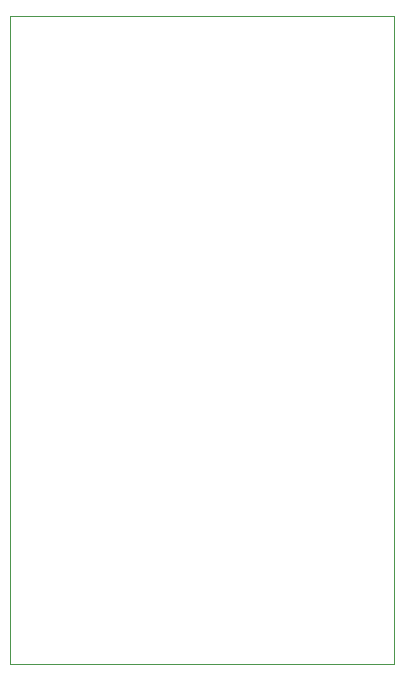
<source format=gbr>
%TF.GenerationSoftware,KiCad,Pcbnew,(6.0.9)*%
%TF.CreationDate,2022-11-21T18:53:06+08:00*%
%TF.ProjectId,Sitronix_3.97''_480x800,53697472-6f6e-4697-985f-332e39372727,rev?*%
%TF.SameCoordinates,Original*%
%TF.FileFunction,Profile,NP*%
%FSLAX46Y46*%
G04 Gerber Fmt 4.6, Leading zero omitted, Abs format (unit mm)*
G04 Created by KiCad (PCBNEW (6.0.9)) date 2022-11-21 18:53:06*
%MOMM*%
%LPD*%
G01*
G04 APERTURE LIST*
%TA.AperFunction,Profile*%
%ADD10C,0.100000*%
%TD*%
G04 APERTURE END LIST*
D10*
X74041000Y-59817000D02*
X106553000Y-59817000D01*
X106553000Y-59817000D02*
X106553000Y-114681000D01*
X106553000Y-114681000D02*
X74041000Y-114681000D01*
X74041000Y-114681000D02*
X74041000Y-59817000D01*
M02*

</source>
